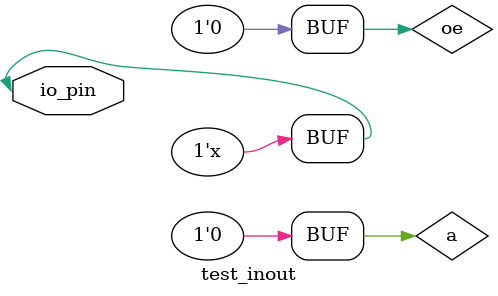
<source format=v>
`default_nettype none
module test_inout( inout wire io_pin, );
	reg a = 1'b0;
	reg oe = 0;
	assign io_pin = oe ? a : 1'bz;
endmodule 
</source>
